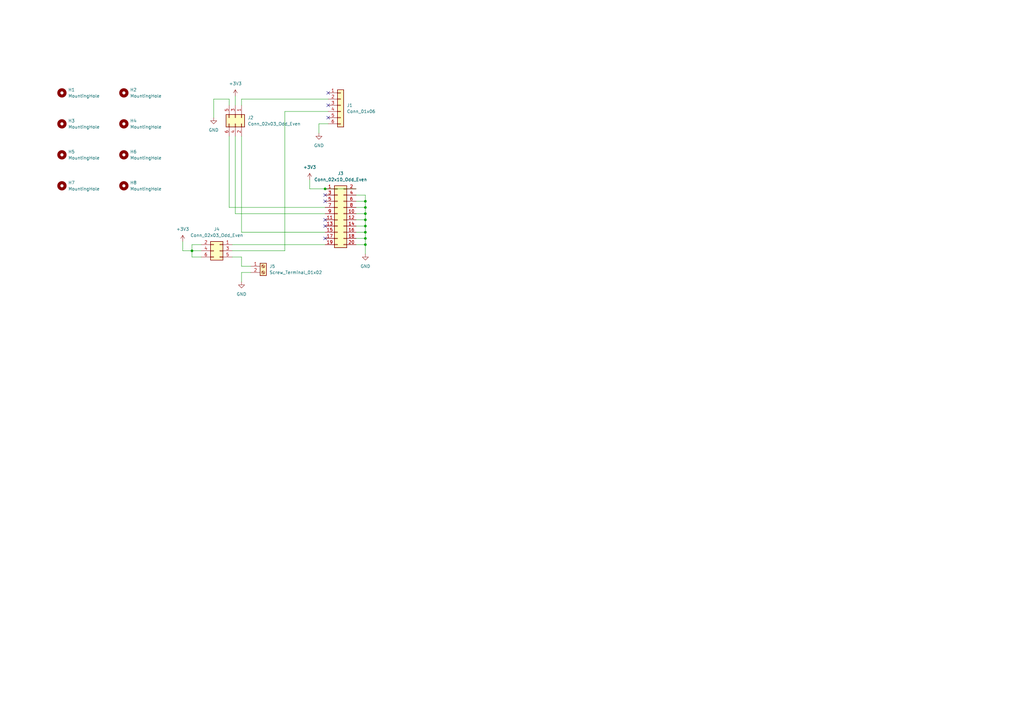
<source format=kicad_sch>
(kicad_sch (version 20230121) (generator eeschema)

  (uuid 1f7725d5-ce5c-46ec-97de-0f35952beb3f)

  (paper "A3")

  (lib_symbols
    (symbol "Connector:Screw_Terminal_01x02" (pin_names (offset 1.016) hide) (in_bom yes) (on_board yes)
      (property "Reference" "J" (at 0 2.54 0)
        (effects (font (size 1.27 1.27)))
      )
      (property "Value" "Screw_Terminal_01x02" (at 0 -5.08 0)
        (effects (font (size 1.27 1.27)))
      )
      (property "Footprint" "" (at 0 0 0)
        (effects (font (size 1.27 1.27)) hide)
      )
      (property "Datasheet" "~" (at 0 0 0)
        (effects (font (size 1.27 1.27)) hide)
      )
      (property "ki_keywords" "screw terminal" (at 0 0 0)
        (effects (font (size 1.27 1.27)) hide)
      )
      (property "ki_description" "Generic screw terminal, single row, 01x02, script generated (kicad-library-utils/schlib/autogen/connector/)" (at 0 0 0)
        (effects (font (size 1.27 1.27)) hide)
      )
      (property "ki_fp_filters" "TerminalBlock*:*" (at 0 0 0)
        (effects (font (size 1.27 1.27)) hide)
      )
      (symbol "Screw_Terminal_01x02_1_1"
        (rectangle (start -1.27 1.27) (end 1.27 -3.81)
          (stroke (width 0.254) (type default))
          (fill (type background))
        )
        (circle (center 0 -2.54) (radius 0.635)
          (stroke (width 0.1524) (type default))
          (fill (type none))
        )
        (polyline
          (pts
            (xy -0.5334 -2.2098)
            (xy 0.3302 -3.048)
          )
          (stroke (width 0.1524) (type default))
          (fill (type none))
        )
        (polyline
          (pts
            (xy -0.5334 0.3302)
            (xy 0.3302 -0.508)
          )
          (stroke (width 0.1524) (type default))
          (fill (type none))
        )
        (polyline
          (pts
            (xy -0.3556 -2.032)
            (xy 0.508 -2.8702)
          )
          (stroke (width 0.1524) (type default))
          (fill (type none))
        )
        (polyline
          (pts
            (xy -0.3556 0.508)
            (xy 0.508 -0.3302)
          )
          (stroke (width 0.1524) (type default))
          (fill (type none))
        )
        (circle (center 0 0) (radius 0.635)
          (stroke (width 0.1524) (type default))
          (fill (type none))
        )
        (pin passive line (at -5.08 0 0) (length 3.81)
          (name "Pin_1" (effects (font (size 1.27 1.27))))
          (number "1" (effects (font (size 1.27 1.27))))
        )
        (pin passive line (at -5.08 -2.54 0) (length 3.81)
          (name "Pin_2" (effects (font (size 1.27 1.27))))
          (number "2" (effects (font (size 1.27 1.27))))
        )
      )
    )
    (symbol "Connector_Generic:Conn_01x06" (pin_names (offset 1.016) hide) (in_bom yes) (on_board yes)
      (property "Reference" "J" (at 0 7.62 0)
        (effects (font (size 1.27 1.27)))
      )
      (property "Value" "Conn_01x06" (at 0 -10.16 0)
        (effects (font (size 1.27 1.27)))
      )
      (property "Footprint" "" (at 0 0 0)
        (effects (font (size 1.27 1.27)) hide)
      )
      (property "Datasheet" "~" (at 0 0 0)
        (effects (font (size 1.27 1.27)) hide)
      )
      (property "ki_keywords" "connector" (at 0 0 0)
        (effects (font (size 1.27 1.27)) hide)
      )
      (property "ki_description" "Generic connector, single row, 01x06, script generated (kicad-library-utils/schlib/autogen/connector/)" (at 0 0 0)
        (effects (font (size 1.27 1.27)) hide)
      )
      (property "ki_fp_filters" "Connector*:*_1x??_*" (at 0 0 0)
        (effects (font (size 1.27 1.27)) hide)
      )
      (symbol "Conn_01x06_1_1"
        (rectangle (start -1.27 -7.493) (end 0 -7.747)
          (stroke (width 0.1524) (type default))
          (fill (type none))
        )
        (rectangle (start -1.27 -4.953) (end 0 -5.207)
          (stroke (width 0.1524) (type default))
          (fill (type none))
        )
        (rectangle (start -1.27 -2.413) (end 0 -2.667)
          (stroke (width 0.1524) (type default))
          (fill (type none))
        )
        (rectangle (start -1.27 0.127) (end 0 -0.127)
          (stroke (width 0.1524) (type default))
          (fill (type none))
        )
        (rectangle (start -1.27 2.667) (end 0 2.413)
          (stroke (width 0.1524) (type default))
          (fill (type none))
        )
        (rectangle (start -1.27 5.207) (end 0 4.953)
          (stroke (width 0.1524) (type default))
          (fill (type none))
        )
        (rectangle (start -1.27 6.35) (end 1.27 -8.89)
          (stroke (width 0.254) (type default))
          (fill (type background))
        )
        (pin passive line (at -5.08 5.08 0) (length 3.81)
          (name "Pin_1" (effects (font (size 1.27 1.27))))
          (number "1" (effects (font (size 1.27 1.27))))
        )
        (pin passive line (at -5.08 2.54 0) (length 3.81)
          (name "Pin_2" (effects (font (size 1.27 1.27))))
          (number "2" (effects (font (size 1.27 1.27))))
        )
        (pin passive line (at -5.08 0 0) (length 3.81)
          (name "Pin_3" (effects (font (size 1.27 1.27))))
          (number "3" (effects (font (size 1.27 1.27))))
        )
        (pin passive line (at -5.08 -2.54 0) (length 3.81)
          (name "Pin_4" (effects (font (size 1.27 1.27))))
          (number "4" (effects (font (size 1.27 1.27))))
        )
        (pin passive line (at -5.08 -5.08 0) (length 3.81)
          (name "Pin_5" (effects (font (size 1.27 1.27))))
          (number "5" (effects (font (size 1.27 1.27))))
        )
        (pin passive line (at -5.08 -7.62 0) (length 3.81)
          (name "Pin_6" (effects (font (size 1.27 1.27))))
          (number "6" (effects (font (size 1.27 1.27))))
        )
      )
    )
    (symbol "Connector_Generic:Conn_02x03_Odd_Even" (pin_names (offset 1.016) hide) (in_bom yes) (on_board yes)
      (property "Reference" "J" (at 1.27 5.08 0)
        (effects (font (size 1.27 1.27)))
      )
      (property "Value" "Conn_02x03_Odd_Even" (at 1.27 -5.08 0)
        (effects (font (size 1.27 1.27)))
      )
      (property "Footprint" "" (at 0 0 0)
        (effects (font (size 1.27 1.27)) hide)
      )
      (property "Datasheet" "~" (at 0 0 0)
        (effects (font (size 1.27 1.27)) hide)
      )
      (property "ki_keywords" "connector" (at 0 0 0)
        (effects (font (size 1.27 1.27)) hide)
      )
      (property "ki_description" "Generic connector, double row, 02x03, odd/even pin numbering scheme (row 1 odd numbers, row 2 even numbers), script generated (kicad-library-utils/schlib/autogen/connector/)" (at 0 0 0)
        (effects (font (size 1.27 1.27)) hide)
      )
      (property "ki_fp_filters" "Connector*:*_2x??_*" (at 0 0 0)
        (effects (font (size 1.27 1.27)) hide)
      )
      (symbol "Conn_02x03_Odd_Even_1_1"
        (rectangle (start -1.27 -2.413) (end 0 -2.667)
          (stroke (width 0.1524) (type default))
          (fill (type none))
        )
        (rectangle (start -1.27 0.127) (end 0 -0.127)
          (stroke (width 0.1524) (type default))
          (fill (type none))
        )
        (rectangle (start -1.27 2.667) (end 0 2.413)
          (stroke (width 0.1524) (type default))
          (fill (type none))
        )
        (rectangle (start -1.27 3.81) (end 3.81 -3.81)
          (stroke (width 0.254) (type default))
          (fill (type background))
        )
        (rectangle (start 3.81 -2.413) (end 2.54 -2.667)
          (stroke (width 0.1524) (type default))
          (fill (type none))
        )
        (rectangle (start 3.81 0.127) (end 2.54 -0.127)
          (stroke (width 0.1524) (type default))
          (fill (type none))
        )
        (rectangle (start 3.81 2.667) (end 2.54 2.413)
          (stroke (width 0.1524) (type default))
          (fill (type none))
        )
        (pin passive line (at -5.08 2.54 0) (length 3.81)
          (name "Pin_1" (effects (font (size 1.27 1.27))))
          (number "1" (effects (font (size 1.27 1.27))))
        )
        (pin passive line (at 7.62 2.54 180) (length 3.81)
          (name "Pin_2" (effects (font (size 1.27 1.27))))
          (number "2" (effects (font (size 1.27 1.27))))
        )
        (pin passive line (at -5.08 0 0) (length 3.81)
          (name "Pin_3" (effects (font (size 1.27 1.27))))
          (number "3" (effects (font (size 1.27 1.27))))
        )
        (pin passive line (at 7.62 0 180) (length 3.81)
          (name "Pin_4" (effects (font (size 1.27 1.27))))
          (number "4" (effects (font (size 1.27 1.27))))
        )
        (pin passive line (at -5.08 -2.54 0) (length 3.81)
          (name "Pin_5" (effects (font (size 1.27 1.27))))
          (number "5" (effects (font (size 1.27 1.27))))
        )
        (pin passive line (at 7.62 -2.54 180) (length 3.81)
          (name "Pin_6" (effects (font (size 1.27 1.27))))
          (number "6" (effects (font (size 1.27 1.27))))
        )
      )
    )
    (symbol "Connector_Generic:Conn_02x10_Odd_Even" (pin_names (offset 1.016) hide) (in_bom yes) (on_board yes)
      (property "Reference" "J" (at 1.27 12.7 0)
        (effects (font (size 1.27 1.27)))
      )
      (property "Value" "Conn_02x10_Odd_Even" (at 1.27 -15.24 0)
        (effects (font (size 1.27 1.27)))
      )
      (property "Footprint" "" (at 0 0 0)
        (effects (font (size 1.27 1.27)) hide)
      )
      (property "Datasheet" "~" (at 0 0 0)
        (effects (font (size 1.27 1.27)) hide)
      )
      (property "ki_keywords" "connector" (at 0 0 0)
        (effects (font (size 1.27 1.27)) hide)
      )
      (property "ki_description" "Generic connector, double row, 02x10, odd/even pin numbering scheme (row 1 odd numbers, row 2 even numbers), script generated (kicad-library-utils/schlib/autogen/connector/)" (at 0 0 0)
        (effects (font (size 1.27 1.27)) hide)
      )
      (property "ki_fp_filters" "Connector*:*_2x??_*" (at 0 0 0)
        (effects (font (size 1.27 1.27)) hide)
      )
      (symbol "Conn_02x10_Odd_Even_1_1"
        (rectangle (start -1.27 -12.573) (end 0 -12.827)
          (stroke (width 0.1524) (type default))
          (fill (type none))
        )
        (rectangle (start -1.27 -10.033) (end 0 -10.287)
          (stroke (width 0.1524) (type default))
          (fill (type none))
        )
        (rectangle (start -1.27 -7.493) (end 0 -7.747)
          (stroke (width 0.1524) (type default))
          (fill (type none))
        )
        (rectangle (start -1.27 -4.953) (end 0 -5.207)
          (stroke (width 0.1524) (type default))
          (fill (type none))
        )
        (rectangle (start -1.27 -2.413) (end 0 -2.667)
          (stroke (width 0.1524) (type default))
          (fill (type none))
        )
        (rectangle (start -1.27 0.127) (end 0 -0.127)
          (stroke (width 0.1524) (type default))
          (fill (type none))
        )
        (rectangle (start -1.27 2.667) (end 0 2.413)
          (stroke (width 0.1524) (type default))
          (fill (type none))
        )
        (rectangle (start -1.27 5.207) (end 0 4.953)
          (stroke (width 0.1524) (type default))
          (fill (type none))
        )
        (rectangle (start -1.27 7.747) (end 0 7.493)
          (stroke (width 0.1524) (type default))
          (fill (type none))
        )
        (rectangle (start -1.27 10.287) (end 0 10.033)
          (stroke (width 0.1524) (type default))
          (fill (type none))
        )
        (rectangle (start -1.27 11.43) (end 3.81 -13.97)
          (stroke (width 0.254) (type default))
          (fill (type background))
        )
        (rectangle (start 3.81 -12.573) (end 2.54 -12.827)
          (stroke (width 0.1524) (type default))
          (fill (type none))
        )
        (rectangle (start 3.81 -10.033) (end 2.54 -10.287)
          (stroke (width 0.1524) (type default))
          (fill (type none))
        )
        (rectangle (start 3.81 -7.493) (end 2.54 -7.747)
          (stroke (width 0.1524) (type default))
          (fill (type none))
        )
        (rectangle (start 3.81 -4.953) (end 2.54 -5.207)
          (stroke (width 0.1524) (type default))
          (fill (type none))
        )
        (rectangle (start 3.81 -2.413) (end 2.54 -2.667)
          (stroke (width 0.1524) (type default))
          (fill (type none))
        )
        (rectangle (start 3.81 0.127) (end 2.54 -0.127)
          (stroke (width 0.1524) (type default))
          (fill (type none))
        )
        (rectangle (start 3.81 2.667) (end 2.54 2.413)
          (stroke (width 0.1524) (type default))
          (fill (type none))
        )
        (rectangle (start 3.81 5.207) (end 2.54 4.953)
          (stroke (width 0.1524) (type default))
          (fill (type none))
        )
        (rectangle (start 3.81 7.747) (end 2.54 7.493)
          (stroke (width 0.1524) (type default))
          (fill (type none))
        )
        (rectangle (start 3.81 10.287) (end 2.54 10.033)
          (stroke (width 0.1524) (type default))
          (fill (type none))
        )
        (pin passive line (at -5.08 10.16 0) (length 3.81)
          (name "Pin_1" (effects (font (size 1.27 1.27))))
          (number "1" (effects (font (size 1.27 1.27))))
        )
        (pin passive line (at 7.62 0 180) (length 3.81)
          (name "Pin_10" (effects (font (size 1.27 1.27))))
          (number "10" (effects (font (size 1.27 1.27))))
        )
        (pin passive line (at -5.08 -2.54 0) (length 3.81)
          (name "Pin_11" (effects (font (size 1.27 1.27))))
          (number "11" (effects (font (size 1.27 1.27))))
        )
        (pin passive line (at 7.62 -2.54 180) (length 3.81)
          (name "Pin_12" (effects (font (size 1.27 1.27))))
          (number "12" (effects (font (size 1.27 1.27))))
        )
        (pin passive line (at -5.08 -5.08 0) (length 3.81)
          (name "Pin_13" (effects (font (size 1.27 1.27))))
          (number "13" (effects (font (size 1.27 1.27))))
        )
        (pin passive line (at 7.62 -5.08 180) (length 3.81)
          (name "Pin_14" (effects (font (size 1.27 1.27))))
          (number "14" (effects (font (size 1.27 1.27))))
        )
        (pin passive line (at -5.08 -7.62 0) (length 3.81)
          (name "Pin_15" (effects (font (size 1.27 1.27))))
          (number "15" (effects (font (size 1.27 1.27))))
        )
        (pin passive line (at 7.62 -7.62 180) (length 3.81)
          (name "Pin_16" (effects (font (size 1.27 1.27))))
          (number "16" (effects (font (size 1.27 1.27))))
        )
        (pin passive line (at -5.08 -10.16 0) (length 3.81)
          (name "Pin_17" (effects (font (size 1.27 1.27))))
          (number "17" (effects (font (size 1.27 1.27))))
        )
        (pin passive line (at 7.62 -10.16 180) (length 3.81)
          (name "Pin_18" (effects (font (size 1.27 1.27))))
          (number "18" (effects (font (size 1.27 1.27))))
        )
        (pin passive line (at -5.08 -12.7 0) (length 3.81)
          (name "Pin_19" (effects (font (size 1.27 1.27))))
          (number "19" (effects (font (size 1.27 1.27))))
        )
        (pin passive line (at 7.62 10.16 180) (length 3.81)
          (name "Pin_2" (effects (font (size 1.27 1.27))))
          (number "2" (effects (font (size 1.27 1.27))))
        )
        (pin passive line (at 7.62 -12.7 180) (length 3.81)
          (name "Pin_20" (effects (font (size 1.27 1.27))))
          (number "20" (effects (font (size 1.27 1.27))))
        )
        (pin passive line (at -5.08 7.62 0) (length 3.81)
          (name "Pin_3" (effects (font (size 1.27 1.27))))
          (number "3" (effects (font (size 1.27 1.27))))
        )
        (pin passive line (at 7.62 7.62 180) (length 3.81)
          (name "Pin_4" (effects (font (size 1.27 1.27))))
          (number "4" (effects (font (size 1.27 1.27))))
        )
        (pin passive line (at -5.08 5.08 0) (length 3.81)
          (name "Pin_5" (effects (font (size 1.27 1.27))))
          (number "5" (effects (font (size 1.27 1.27))))
        )
        (pin passive line (at 7.62 5.08 180) (length 3.81)
          (name "Pin_6" (effects (font (size 1.27 1.27))))
          (number "6" (effects (font (size 1.27 1.27))))
        )
        (pin passive line (at -5.08 2.54 0) (length 3.81)
          (name "Pin_7" (effects (font (size 1.27 1.27))))
          (number "7" (effects (font (size 1.27 1.27))))
        )
        (pin passive line (at 7.62 2.54 180) (length 3.81)
          (name "Pin_8" (effects (font (size 1.27 1.27))))
          (number "8" (effects (font (size 1.27 1.27))))
        )
        (pin passive line (at -5.08 0 0) (length 3.81)
          (name "Pin_9" (effects (font (size 1.27 1.27))))
          (number "9" (effects (font (size 1.27 1.27))))
        )
      )
    )
    (symbol "Mechanical:MountingHole" (pin_names (offset 1.016)) (in_bom yes) (on_board yes)
      (property "Reference" "H" (at 0 5.08 0)
        (effects (font (size 1.27 1.27)))
      )
      (property "Value" "MountingHole" (at 0 3.175 0)
        (effects (font (size 1.27 1.27)))
      )
      (property "Footprint" "" (at 0 0 0)
        (effects (font (size 1.27 1.27)) hide)
      )
      (property "Datasheet" "~" (at 0 0 0)
        (effects (font (size 1.27 1.27)) hide)
      )
      (property "ki_keywords" "mounting hole" (at 0 0 0)
        (effects (font (size 1.27 1.27)) hide)
      )
      (property "ki_description" "Mounting Hole without connection" (at 0 0 0)
        (effects (font (size 1.27 1.27)) hide)
      )
      (property "ki_fp_filters" "MountingHole*" (at 0 0 0)
        (effects (font (size 1.27 1.27)) hide)
      )
      (symbol "MountingHole_0_1"
        (circle (center 0 0) (radius 1.27)
          (stroke (width 1.27) (type default))
          (fill (type none))
        )
      )
    )
    (symbol "power:+3V3" (power) (pin_names (offset 0)) (in_bom yes) (on_board yes)
      (property "Reference" "#PWR" (at 0 -3.81 0)
        (effects (font (size 1.27 1.27)) hide)
      )
      (property "Value" "+3V3" (at 0 3.556 0)
        (effects (font (size 1.27 1.27)))
      )
      (property "Footprint" "" (at 0 0 0)
        (effects (font (size 1.27 1.27)) hide)
      )
      (property "Datasheet" "" (at 0 0 0)
        (effects (font (size 1.27 1.27)) hide)
      )
      (property "ki_keywords" "global power" (at 0 0 0)
        (effects (font (size 1.27 1.27)) hide)
      )
      (property "ki_description" "Power symbol creates a global label with name \"+3V3\"" (at 0 0 0)
        (effects (font (size 1.27 1.27)) hide)
      )
      (symbol "+3V3_0_1"
        (polyline
          (pts
            (xy -0.762 1.27)
            (xy 0 2.54)
          )
          (stroke (width 0) (type default))
          (fill (type none))
        )
        (polyline
          (pts
            (xy 0 0)
            (xy 0 2.54)
          )
          (stroke (width 0) (type default))
          (fill (type none))
        )
        (polyline
          (pts
            (xy 0 2.54)
            (xy 0.762 1.27)
          )
          (stroke (width 0) (type default))
          (fill (type none))
        )
      )
      (symbol "+3V3_1_1"
        (pin power_in line (at 0 0 90) (length 0) hide
          (name "+3V3" (effects (font (size 1.27 1.27))))
          (number "1" (effects (font (size 1.27 1.27))))
        )
      )
    )
    (symbol "power:GND" (power) (pin_names (offset 0)) (in_bom yes) (on_board yes)
      (property "Reference" "#PWR" (at 0 -6.35 0)
        (effects (font (size 1.27 1.27)) hide)
      )
      (property "Value" "GND" (at 0 -3.81 0)
        (effects (font (size 1.27 1.27)))
      )
      (property "Footprint" "" (at 0 0 0)
        (effects (font (size 1.27 1.27)) hide)
      )
      (property "Datasheet" "" (at 0 0 0)
        (effects (font (size 1.27 1.27)) hide)
      )
      (property "ki_keywords" "global power" (at 0 0 0)
        (effects (font (size 1.27 1.27)) hide)
      )
      (property "ki_description" "Power symbol creates a global label with name \"GND\" , ground" (at 0 0 0)
        (effects (font (size 1.27 1.27)) hide)
      )
      (symbol "GND_0_1"
        (polyline
          (pts
            (xy 0 0)
            (xy 0 -1.27)
            (xy 1.27 -1.27)
            (xy 0 -2.54)
            (xy -1.27 -1.27)
            (xy 0 -1.27)
          )
          (stroke (width 0) (type default))
          (fill (type none))
        )
      )
      (symbol "GND_1_1"
        (pin power_in line (at 0 0 270) (length 0) hide
          (name "GND" (effects (font (size 1.27 1.27))))
          (number "1" (effects (font (size 1.27 1.27))))
        )
      )
    )
  )

  (junction (at 149.86 95.25) (diameter 0) (color 0 0 0 0)
    (uuid 0892289a-3098-42cd-b609-daff2ae6b523)
  )
  (junction (at 78.74 102.87) (diameter 0) (color 0 0 0 0)
    (uuid 201ef555-ccc1-4c48-abb6-16d5765c8f0f)
  )
  (junction (at 149.86 90.17) (diameter 0) (color 0 0 0 0)
    (uuid 202ac981-0de8-4a32-875d-b43a39d220e5)
  )
  (junction (at 149.86 92.71) (diameter 0) (color 0 0 0 0)
    (uuid 58507d22-5e8e-493d-8ebe-1b905c8f325d)
  )
  (junction (at 149.86 82.55) (diameter 0) (color 0 0 0 0)
    (uuid 61e75683-7f86-4681-914e-d138b00723d0)
  )
  (junction (at 149.86 85.09) (diameter 0) (color 0 0 0 0)
    (uuid 6bf82f10-ffd4-481e-9b09-563dddac8414)
  )
  (junction (at 149.86 87.63) (diameter 0) (color 0 0 0 0)
    (uuid 6db32675-f2fa-4897-b839-e55d14c8cd79)
  )
  (junction (at 149.86 97.79) (diameter 0) (color 0 0 0 0)
    (uuid cbbf55ba-bb2a-4db4-b81d-ffbb375b12d7)
  )
  (junction (at 133.35 77.47) (diameter 0) (color 0 0 0 0)
    (uuid e8221462-80ed-4567-8235-c0ae382255d4)
  )
  (junction (at 149.86 100.33) (diameter 0) (color 0 0 0 0)
    (uuid f7433187-aa7f-4308-beef-6b8009028a3f)
  )

  (no_connect (at 133.35 90.17) (uuid 10fa5802-60a4-4d7d-83dd-f94bf0afbe7b))
  (no_connect (at 133.35 92.71) (uuid 14799d8e-cb23-4981-840c-4946be7f89ef))
  (no_connect (at 134.62 43.18) (uuid 17fb8029-e4ec-4551-99a4-56b619a40264))
  (no_connect (at 133.35 82.55) (uuid 2b69ba21-48f1-4feb-9e57-a273762f35e7))
  (no_connect (at 133.35 97.79) (uuid 76016de3-24e6-4f32-8cc1-cedc8cd9b6f5))
  (no_connect (at 134.62 48.26) (uuid e17d5ed4-a01f-4ca1-ab43-ab694d92213b))
  (no_connect (at 133.35 80.01) (uuid eb0bfc31-e790-4b55-9531-ebf7cdac59f5))
  (no_connect (at 134.62 38.1) (uuid ed1ab37c-0f05-4263-936c-b8f1eecc174a))

  (wire (pts (xy 146.05 80.01) (xy 149.86 80.01))
    (stroke (width 0) (type default))
    (uuid 0f70970d-2504-4d2c-ae77-2540f8c24001)
  )
  (wire (pts (xy 149.86 80.01) (xy 149.86 82.55))
    (stroke (width 0) (type default))
    (uuid 10c2ffdc-798a-4401-b648-f5d929577b61)
  )
  (wire (pts (xy 96.52 55.88) (xy 96.52 87.63))
    (stroke (width 0) (type default))
    (uuid 1c599678-cfa4-47d1-a015-c8647a5bef1d)
  )
  (wire (pts (xy 149.86 100.33) (xy 149.86 104.14))
    (stroke (width 0) (type default))
    (uuid 267a81ec-4c7f-4b2e-9697-383938ff238e)
  )
  (wire (pts (xy 95.25 102.87) (xy 116.84 102.87))
    (stroke (width 0) (type default))
    (uuid 2c5cc55a-4f1f-4a83-bbee-548e3abbe4cc)
  )
  (wire (pts (xy 102.87 109.22) (xy 99.06 109.22))
    (stroke (width 0) (type default))
    (uuid 32a4082e-81fa-4d43-9f84-b927c9ff4a4f)
  )
  (wire (pts (xy 149.86 85.09) (xy 149.86 87.63))
    (stroke (width 0) (type default))
    (uuid 33aecb6c-acae-43b6-b316-0e1768775110)
  )
  (wire (pts (xy 78.74 105.41) (xy 82.55 105.41))
    (stroke (width 0) (type default))
    (uuid 38138231-36a7-4b77-b9b4-7b6984ab827c)
  )
  (wire (pts (xy 74.93 102.87) (xy 78.74 102.87))
    (stroke (width 0) (type default))
    (uuid 389f38ef-d6f1-4ba0-98a8-91b1e0626aa7)
  )
  (wire (pts (xy 149.86 82.55) (xy 149.86 85.09))
    (stroke (width 0) (type default))
    (uuid 39032d0b-a201-4fbd-ae49-e39fc3aa2f7f)
  )
  (wire (pts (xy 146.05 90.17) (xy 149.86 90.17))
    (stroke (width 0) (type default))
    (uuid 3959093b-aefe-47b9-bfe3-460f2787f5d6)
  )
  (wire (pts (xy 149.86 95.25) (xy 149.86 97.79))
    (stroke (width 0) (type default))
    (uuid 3ba32d81-9b9f-456f-a478-8f1dbff3a536)
  )
  (wire (pts (xy 96.52 43.18) (xy 96.52 39.37))
    (stroke (width 0) (type default))
    (uuid 4e579516-0835-4e46-81e5-ebdf2f1cf4ca)
  )
  (wire (pts (xy 127 77.47) (xy 127 73.66))
    (stroke (width 0) (type default))
    (uuid 5664179b-d3c5-4608-a0b6-c76f195ab42f)
  )
  (wire (pts (xy 146.05 85.09) (xy 149.86 85.09))
    (stroke (width 0) (type default))
    (uuid 6023551d-88a8-4ae9-ab01-1a6c65651805)
  )
  (wire (pts (xy 74.93 102.87) (xy 74.93 99.06))
    (stroke (width 0) (type default))
    (uuid 613855cd-5547-415d-b706-b62702f2e80d)
  )
  (wire (pts (xy 146.05 82.55) (xy 149.86 82.55))
    (stroke (width 0) (type default))
    (uuid 63cf1102-1813-468b-aa0d-33429a199ea7)
  )
  (wire (pts (xy 93.98 40.64) (xy 93.98 43.18))
    (stroke (width 0) (type default))
    (uuid 694896d4-2d2f-4ae0-8419-efa58f5d9e57)
  )
  (wire (pts (xy 93.98 85.09) (xy 133.35 85.09))
    (stroke (width 0) (type default))
    (uuid 725e780c-90ff-410e-83f5-8cc248ae0ef2)
  )
  (wire (pts (xy 127 77.47) (xy 133.35 77.47))
    (stroke (width 0) (type default))
    (uuid 77e3557b-f0d6-452a-9dd2-eb508ca7847e)
  )
  (wire (pts (xy 133.35 95.25) (xy 99.06 95.25))
    (stroke (width 0) (type default))
    (uuid 7bb5a087-577f-4db7-b467-af3afdb1d64e)
  )
  (wire (pts (xy 99.06 55.88) (xy 99.06 95.25))
    (stroke (width 0) (type default))
    (uuid 7f1cfa5c-0bca-4ca0-80ac-516703e107df)
  )
  (wire (pts (xy 87.63 40.64) (xy 87.63 48.26))
    (stroke (width 0) (type default))
    (uuid 806a5e57-cba3-4c69-bd77-f01cf1a88c4f)
  )
  (wire (pts (xy 134.62 50.8) (xy 130.81 50.8))
    (stroke (width 0) (type default))
    (uuid 80be8434-d36d-4393-bf3b-13907b5fff26)
  )
  (wire (pts (xy 78.74 102.87) (xy 78.74 105.41))
    (stroke (width 0) (type default))
    (uuid 85ff9834-95be-48df-8932-9c474871568d)
  )
  (wire (pts (xy 149.86 97.79) (xy 149.86 100.33))
    (stroke (width 0) (type default))
    (uuid 87bf9919-c28b-4615-9e48-798bfc2fb3f1)
  )
  (wire (pts (xy 116.84 45.72) (xy 134.62 45.72))
    (stroke (width 0) (type default))
    (uuid 890d4056-6e9c-4a50-a5a6-f30374ea12f6)
  )
  (wire (pts (xy 78.74 100.33) (xy 82.55 100.33))
    (stroke (width 0) (type default))
    (uuid 8b3cad10-a205-4c99-b21e-f3491d6aa0bc)
  )
  (wire (pts (xy 78.74 102.87) (xy 82.55 102.87))
    (stroke (width 0) (type default))
    (uuid 90f7427c-33d3-4188-9db0-93fa8cb88c69)
  )
  (wire (pts (xy 93.98 55.88) (xy 93.98 85.09))
    (stroke (width 0) (type default))
    (uuid 93992e8a-7c62-4319-aaa3-d39ccafd353f)
  )
  (wire (pts (xy 133.35 77.47) (xy 146.05 77.47))
    (stroke (width 0) (type default))
    (uuid 9444010e-5b12-423d-8729-136dd091e41b)
  )
  (wire (pts (xy 146.05 95.25) (xy 149.86 95.25))
    (stroke (width 0) (type default))
    (uuid 9b961a6d-664e-4940-87b4-6248741d3e9d)
  )
  (wire (pts (xy 95.25 105.41) (xy 99.06 105.41))
    (stroke (width 0) (type default))
    (uuid a3199107-9d28-4575-bac6-e1fc49ad0548)
  )
  (wire (pts (xy 95.25 100.33) (xy 133.35 100.33))
    (stroke (width 0) (type default))
    (uuid a58db8d1-02b4-4977-b4ce-a6cfda65ba5c)
  )
  (wire (pts (xy 99.06 40.64) (xy 99.06 43.18))
    (stroke (width 0) (type default))
    (uuid a7fa470f-7560-4b31-8f88-93f35fc6c659)
  )
  (wire (pts (xy 149.86 87.63) (xy 149.86 90.17))
    (stroke (width 0) (type default))
    (uuid abcf844e-f0b1-45a9-98c0-25abba0ece72)
  )
  (wire (pts (xy 146.05 87.63) (xy 149.86 87.63))
    (stroke (width 0) (type default))
    (uuid b812f490-9724-4edc-a8fe-864de119473f)
  )
  (wire (pts (xy 87.63 40.64) (xy 93.98 40.64))
    (stroke (width 0) (type default))
    (uuid bcf31ca7-71df-4b8d-8321-aa9e02a0765e)
  )
  (wire (pts (xy 133.35 87.63) (xy 96.52 87.63))
    (stroke (width 0) (type default))
    (uuid c2683363-018b-49fe-b273-4eea1f09809f)
  )
  (wire (pts (xy 146.05 97.79) (xy 149.86 97.79))
    (stroke (width 0) (type default))
    (uuid c60fdf0e-06ae-4a1d-90e3-7b19ddc8e73b)
  )
  (wire (pts (xy 146.05 100.33) (xy 149.86 100.33))
    (stroke (width 0) (type default))
    (uuid c66e31f2-db52-4b95-8bd7-e96da4c65bb9)
  )
  (wire (pts (xy 149.86 90.17) (xy 149.86 92.71))
    (stroke (width 0) (type default))
    (uuid d5623bfb-7f2f-4e1b-81db-1d17875aba97)
  )
  (wire (pts (xy 146.05 92.71) (xy 149.86 92.71))
    (stroke (width 0) (type default))
    (uuid d56992e7-2572-461d-8474-204ef2df1daf)
  )
  (wire (pts (xy 99.06 111.76) (xy 99.06 115.57))
    (stroke (width 0) (type default))
    (uuid d69a59e9-cc6b-430e-816a-1eeb37485c7a)
  )
  (wire (pts (xy 149.86 92.71) (xy 149.86 95.25))
    (stroke (width 0) (type default))
    (uuid de911470-cd8f-4eb4-895e-f3a8e1dc9c49)
  )
  (wire (pts (xy 116.84 102.87) (xy 116.84 45.72))
    (stroke (width 0) (type default))
    (uuid e42ff419-c816-41a2-85e4-f4bbcf18048e)
  )
  (wire (pts (xy 130.81 50.8) (xy 130.81 54.61))
    (stroke (width 0) (type default))
    (uuid e82813da-5ca8-436a-9afb-bdc1672a8a42)
  )
  (wire (pts (xy 102.87 111.76) (xy 99.06 111.76))
    (stroke (width 0) (type default))
    (uuid ebb69dc2-f11f-430a-9b6b-2409a3148d5d)
  )
  (wire (pts (xy 99.06 109.22) (xy 99.06 105.41))
    (stroke (width 0) (type default))
    (uuid f8ec0acd-db64-44dd-bc99-a12611cf5748)
  )
  (wire (pts (xy 99.06 40.64) (xy 134.62 40.64))
    (stroke (width 0) (type default))
    (uuid fd7dfae0-9625-44f8-86e3-d969e1dca3b9)
  )
  (wire (pts (xy 78.74 100.33) (xy 78.74 102.87))
    (stroke (width 0) (type default))
    (uuid ffac0e51-1c06-4ab3-8958-9cae536360ac)
  )

  (symbol (lib_id "power:+3V3") (at 74.93 99.06 0) (unit 1)
    (in_bom yes) (on_board yes) (dnp no) (fields_autoplaced)
    (uuid 09813a90-b8fa-4f29-86ab-6785cde26bf8)
    (property "Reference" "#PWR05" (at 74.93 102.87 0)
      (effects (font (size 1.27 1.27)) hide)
    )
    (property "Value" "+3V3" (at 74.93 93.98 0)
      (effects (font (size 1.27 1.27)))
    )
    (property "Footprint" "" (at 74.93 99.06 0)
      (effects (font (size 1.27 1.27)) hide)
    )
    (property "Datasheet" "" (at 74.93 99.06 0)
      (effects (font (size 1.27 1.27)) hide)
    )
    (pin "1" (uuid 0ee490ed-a52f-483d-bab9-bfb60f54fff8))
    (instances
      (project "xcb-2024-dev-adapter"
        (path "/1f7725d5-ce5c-46ec-97de-0f35952beb3f"
          (reference "#PWR05") (unit 1)
        )
      )
    )
  )

  (symbol (lib_id "power:GND") (at 87.63 48.26 0) (unit 1)
    (in_bom yes) (on_board yes) (dnp no) (fields_autoplaced)
    (uuid 121f55e6-ce18-4c0d-88d7-9e1e9393d0be)
    (property "Reference" "#PWR02" (at 87.63 54.61 0)
      (effects (font (size 1.27 1.27)) hide)
    )
    (property "Value" "GND" (at 87.63 53.34 0)
      (effects (font (size 1.27 1.27)))
    )
    (property "Footprint" "" (at 87.63 48.26 0)
      (effects (font (size 1.27 1.27)) hide)
    )
    (property "Datasheet" "" (at 87.63 48.26 0)
      (effects (font (size 1.27 1.27)) hide)
    )
    (pin "1" (uuid 69a7c7bc-f28a-446f-a016-46724eebbe6d))
    (instances
      (project "xcb-2024-dev-adapter"
        (path "/1f7725d5-ce5c-46ec-97de-0f35952beb3f"
          (reference "#PWR02") (unit 1)
        )
      )
    )
  )

  (symbol (lib_id "Mechanical:MountingHole") (at 50.8 63.5 0) (unit 1)
    (in_bom yes) (on_board yes) (dnp no) (fields_autoplaced)
    (uuid 1fa33519-80ba-484a-80b4-ce2f143974f0)
    (property "Reference" "H6" (at 53.34 62.23 0)
      (effects (font (size 1.27 1.27)) (justify left))
    )
    (property "Value" "MountingHole" (at 53.34 64.77 0)
      (effects (font (size 1.27 1.27)) (justify left))
    )
    (property "Footprint" "MountingHole:MountingHole_3.2mm_M3_DIN965" (at 50.8 63.5 0)
      (effects (font (size 1.27 1.27)) hide)
    )
    (property "Datasheet" "~" (at 50.8 63.5 0)
      (effects (font (size 1.27 1.27)) hide)
    )
    (instances
      (project "xcb-2024-dev-adapter"
        (path "/1f7725d5-ce5c-46ec-97de-0f35952beb3f"
          (reference "H6") (unit 1)
        )
      )
    )
  )

  (symbol (lib_id "Mechanical:MountingHole") (at 50.8 38.1 0) (unit 1)
    (in_bom yes) (on_board yes) (dnp no) (fields_autoplaced)
    (uuid 2518f64b-bbf5-4978-ad5e-121cd891d5dc)
    (property "Reference" "H2" (at 53.34 36.83 0)
      (effects (font (size 1.27 1.27)) (justify left))
    )
    (property "Value" "MountingHole" (at 53.34 39.37 0)
      (effects (font (size 1.27 1.27)) (justify left))
    )
    (property "Footprint" "MountingHole:MountingHole_3.2mm_M3_DIN965" (at 50.8 38.1 0)
      (effects (font (size 1.27 1.27)) hide)
    )
    (property "Datasheet" "~" (at 50.8 38.1 0)
      (effects (font (size 1.27 1.27)) hide)
    )
    (instances
      (project "xcb-2024-dev-adapter"
        (path "/1f7725d5-ce5c-46ec-97de-0f35952beb3f"
          (reference "H2") (unit 1)
        )
      )
    )
  )

  (symbol (lib_id "Mechanical:MountingHole") (at 25.4 38.1 0) (unit 1)
    (in_bom yes) (on_board yes) (dnp no) (fields_autoplaced)
    (uuid 3753db0d-0432-4816-b28f-71351ece0fb4)
    (property "Reference" "H1" (at 27.94 36.83 0)
      (effects (font (size 1.27 1.27)) (justify left))
    )
    (property "Value" "MountingHole" (at 27.94 39.37 0)
      (effects (font (size 1.27 1.27)) (justify left))
    )
    (property "Footprint" "MountingHole:MountingHole_3.2mm_M3_DIN965" (at 25.4 38.1 0)
      (effects (font (size 1.27 1.27)) hide)
    )
    (property "Datasheet" "~" (at 25.4 38.1 0)
      (effects (font (size 1.27 1.27)) hide)
    )
    (instances
      (project "xcb-2024-dev-adapter"
        (path "/1f7725d5-ce5c-46ec-97de-0f35952beb3f"
          (reference "H1") (unit 1)
        )
      )
    )
  )

  (symbol (lib_id "Connector_Generic:Conn_02x10_Odd_Even") (at 138.43 87.63 0) (unit 1)
    (in_bom yes) (on_board yes) (dnp no) (fields_autoplaced)
    (uuid 3b64f46b-0637-4d26-ad1c-e63145cbd9dd)
    (property "Reference" "J3" (at 139.7 71.12 0)
      (effects (font (size 1.27 1.27)))
    )
    (property "Value" "Conn_02x10_Odd_Even" (at 139.7 73.66 0)
      (effects (font (size 1.27 1.27)))
    )
    (property "Footprint" "Connector_IDC:IDC-Header_2x10_P2.54mm_Vertical" (at 138.43 87.63 0)
      (effects (font (size 1.27 1.27)) hide)
    )
    (property "Datasheet" "~" (at 138.43 87.63 0)
      (effects (font (size 1.27 1.27)) hide)
    )
    (pin "1" (uuid 38fcf38e-d96b-4224-bf15-76d745bb81a4))
    (pin "10" (uuid c54f03ed-e6e3-438b-8e69-3b908a43f484))
    (pin "11" (uuid 0388e7eb-80f3-465f-978a-5be4496d07bb))
    (pin "12" (uuid 5ed8c072-2f01-46e4-9ce8-6c56cc9cb962))
    (pin "13" (uuid 72b10f2d-aca3-4157-9908-57951a51fe09))
    (pin "14" (uuid 16c3aa88-30f5-4772-8fdf-2fe64046645d))
    (pin "15" (uuid 861a18e2-1234-42cd-b4a8-992575c6b8dc))
    (pin "16" (uuid 926d0aa6-1388-44cc-97f2-0f56b6408ced))
    (pin "17" (uuid 224cef29-aee3-4e9c-9164-e5a3f33bf776))
    (pin "18" (uuid de1cf731-40c8-44d7-8a69-1331386c900e))
    (pin "19" (uuid 7c527895-3b1d-40f6-ba59-3d1499eedcb3))
    (pin "2" (uuid 6f12ce67-9972-49a6-8904-a6e2fb859b96))
    (pin "20" (uuid 20f24fec-1618-4de7-af02-0cb0146aa899))
    (pin "3" (uuid 5af90128-2041-4e61-842b-1df64289a684))
    (pin "4" (uuid f858369a-0cc0-4520-a3e8-389601455ee2))
    (pin "5" (uuid 4bdc9ad7-9763-4cf8-aba9-a82897b251a3))
    (pin "6" (uuid eb713bd1-d934-4a3e-ad03-495c8ac6fcb7))
    (pin "7" (uuid df2efa2e-c01d-4f27-8c17-8992e9c63dda))
    (pin "8" (uuid 5e6e91ec-b9dd-4f33-b11b-464e1dc238ed))
    (pin "9" (uuid 7a91674f-11a5-42fe-84a0-d92eefe0a705))
    (instances
      (project "xcb-2024-dev-adapter"
        (path "/1f7725d5-ce5c-46ec-97de-0f35952beb3f"
          (reference "J3") (unit 1)
        )
      )
    )
  )

  (symbol (lib_id "Connector_Generic:Conn_01x06") (at 139.7 43.18 0) (unit 1)
    (in_bom yes) (on_board yes) (dnp no) (fields_autoplaced)
    (uuid 3d80222e-d3ff-437e-a114-823f6bb86716)
    (property "Reference" "J1" (at 142.24 43.18 0)
      (effects (font (size 1.27 1.27)) (justify left))
    )
    (property "Value" "Conn_01x06" (at 142.24 45.72 0)
      (effects (font (size 1.27 1.27)) (justify left))
    )
    (property "Footprint" "Connector_PinSocket_2.54mm:PinSocket_1x06_P2.54mm_Vertical" (at 139.7 43.18 0)
      (effects (font (size 1.27 1.27)) hide)
    )
    (property "Datasheet" "~" (at 139.7 43.18 0)
      (effects (font (size 1.27 1.27)) hide)
    )
    (pin "1" (uuid 32f014dc-1f68-43da-bfae-8560fb6a242a))
    (pin "2" (uuid b211216c-d464-4830-9cab-0eb5b8114b8b))
    (pin "3" (uuid 8d863d45-7d18-4203-a524-9484ac3ef42a))
    (pin "4" (uuid 22fa616e-228b-4441-88f4-b546b317ce65))
    (pin "5" (uuid e51bed93-e35e-43f3-a51e-ebdd5bc926b4))
    (pin "6" (uuid 04640c39-fa2a-4859-a004-fb797391bf3d))
    (instances
      (project "xcb-2024-dev-adapter"
        (path "/1f7725d5-ce5c-46ec-97de-0f35952beb3f"
          (reference "J1") (unit 1)
        )
      )
    )
  )

  (symbol (lib_id "power:GND") (at 130.81 54.61 0) (unit 1)
    (in_bom yes) (on_board yes) (dnp no) (fields_autoplaced)
    (uuid 44952191-2e41-4264-aecf-945208ebc1be)
    (property "Reference" "#PWR03" (at 130.81 60.96 0)
      (effects (font (size 1.27 1.27)) hide)
    )
    (property "Value" "GND" (at 130.81 59.69 0)
      (effects (font (size 1.27 1.27)))
    )
    (property "Footprint" "" (at 130.81 54.61 0)
      (effects (font (size 1.27 1.27)) hide)
    )
    (property "Datasheet" "" (at 130.81 54.61 0)
      (effects (font (size 1.27 1.27)) hide)
    )
    (pin "1" (uuid 1a0eb71d-b18b-499d-9674-0088501c182f))
    (instances
      (project "xcb-2024-dev-adapter"
        (path "/1f7725d5-ce5c-46ec-97de-0f35952beb3f"
          (reference "#PWR03") (unit 1)
        )
      )
    )
  )

  (symbol (lib_id "Mechanical:MountingHole") (at 25.4 63.5 0) (unit 1)
    (in_bom yes) (on_board yes) (dnp no) (fields_autoplaced)
    (uuid 4e5e3979-a796-48a8-bc78-a020e0c97221)
    (property "Reference" "H5" (at 27.94 62.23 0)
      (effects (font (size 1.27 1.27)) (justify left))
    )
    (property "Value" "MountingHole" (at 27.94 64.77 0)
      (effects (font (size 1.27 1.27)) (justify left))
    )
    (property "Footprint" "MountingHole:MountingHole_3.2mm_M3_DIN965" (at 25.4 63.5 0)
      (effects (font (size 1.27 1.27)) hide)
    )
    (property "Datasheet" "~" (at 25.4 63.5 0)
      (effects (font (size 1.27 1.27)) hide)
    )
    (instances
      (project "xcb-2024-dev-adapter"
        (path "/1f7725d5-ce5c-46ec-97de-0f35952beb3f"
          (reference "H5") (unit 1)
        )
      )
    )
  )

  (symbol (lib_id "power:GND") (at 149.86 104.14 0) (unit 1)
    (in_bom yes) (on_board yes) (dnp no) (fields_autoplaced)
    (uuid 5666d857-393e-4a88-a86c-dce39626612c)
    (property "Reference" "#PWR06" (at 149.86 110.49 0)
      (effects (font (size 1.27 1.27)) hide)
    )
    (property "Value" "GND" (at 149.86 109.22 0)
      (effects (font (size 1.27 1.27)))
    )
    (property "Footprint" "" (at 149.86 104.14 0)
      (effects (font (size 1.27 1.27)) hide)
    )
    (property "Datasheet" "" (at 149.86 104.14 0)
      (effects (font (size 1.27 1.27)) hide)
    )
    (pin "1" (uuid 4d226941-6d17-4adb-8858-a301b3607e2b))
    (instances
      (project "xcb-2024-dev-adapter"
        (path "/1f7725d5-ce5c-46ec-97de-0f35952beb3f"
          (reference "#PWR06") (unit 1)
        )
      )
    )
  )

  (symbol (lib_id "Mechanical:MountingHole") (at 50.8 50.8 0) (unit 1)
    (in_bom yes) (on_board yes) (dnp no) (fields_autoplaced)
    (uuid 59616615-6402-4d1f-bb2c-8e817e233461)
    (property "Reference" "H4" (at 53.34 49.53 0)
      (effects (font (size 1.27 1.27)) (justify left))
    )
    (property "Value" "MountingHole" (at 53.34 52.07 0)
      (effects (font (size 1.27 1.27)) (justify left))
    )
    (property "Footprint" "MountingHole:MountingHole_3.2mm_M3_DIN965" (at 50.8 50.8 0)
      (effects (font (size 1.27 1.27)) hide)
    )
    (property "Datasheet" "~" (at 50.8 50.8 0)
      (effects (font (size 1.27 1.27)) hide)
    )
    (instances
      (project "xcb-2024-dev-adapter"
        (path "/1f7725d5-ce5c-46ec-97de-0f35952beb3f"
          (reference "H4") (unit 1)
        )
      )
    )
  )

  (symbol (lib_id "Connector_Generic:Conn_02x03_Odd_Even") (at 96.52 48.26 270) (unit 1)
    (in_bom yes) (on_board yes) (dnp no) (fields_autoplaced)
    (uuid 5eb87095-2127-403c-82ee-e7b2cbdc65b1)
    (property "Reference" "J2" (at 101.6 48.26 90)
      (effects (font (size 1.27 1.27)) (justify left))
    )
    (property "Value" "Conn_02x03_Odd_Even" (at 101.6 50.8 90)
      (effects (font (size 1.27 1.27)) (justify left))
    )
    (property "Footprint" "Connector_PinHeader_2.54mm:PinHeader_2x03_P2.54mm_Vertical" (at 96.52 48.26 0)
      (effects (font (size 1.27 1.27)) hide)
    )
    (property "Datasheet" "~" (at 96.52 48.26 0)
      (effects (font (size 1.27 1.27)) hide)
    )
    (pin "1" (uuid d4c91efe-e563-48ee-bef8-b053cece9006))
    (pin "2" (uuid 544b8ad9-aab6-415c-90b8-05ccdacfef17))
    (pin "3" (uuid d0b5cfa2-9795-40f0-9aef-db8b17fb1c60))
    (pin "4" (uuid 86935924-bc43-43df-b3a5-11bee4c5e480))
    (pin "5" (uuid 9d7b5690-6f35-4fd0-b4fb-af089c340d7e))
    (pin "6" (uuid a0aff15c-0177-4668-8daf-a3c519353c7e))
    (instances
      (project "xcb-2024-dev-adapter"
        (path "/1f7725d5-ce5c-46ec-97de-0f35952beb3f"
          (reference "J2") (unit 1)
        )
      )
    )
  )

  (symbol (lib_id "power:+3V3") (at 127 73.66 0) (unit 1)
    (in_bom yes) (on_board yes) (dnp no) (fields_autoplaced)
    (uuid 755ed760-c98a-45bc-824b-c3f10e99233e)
    (property "Reference" "#PWR04" (at 127 77.47 0)
      (effects (font (size 1.27 1.27)) hide)
    )
    (property "Value" "+3V3" (at 127 68.58 0)
      (effects (font (size 1.27 1.27)))
    )
    (property "Footprint" "" (at 127 73.66 0)
      (effects (font (size 1.27 1.27)) hide)
    )
    (property "Datasheet" "" (at 127 73.66 0)
      (effects (font (size 1.27 1.27)) hide)
    )
    (pin "1" (uuid 55546ec4-0f0a-4d26-bd33-757853861d00))
    (instances
      (project "xcb-2024-dev-adapter"
        (path "/1f7725d5-ce5c-46ec-97de-0f35952beb3f"
          (reference "#PWR04") (unit 1)
        )
      )
    )
  )

  (symbol (lib_id "Connector_Generic:Conn_02x03_Odd_Even") (at 90.17 102.87 0) (mirror y) (unit 1)
    (in_bom yes) (on_board yes) (dnp no)
    (uuid 78b220e6-05b4-4dd2-ae61-186153a76531)
    (property "Reference" "J4" (at 88.9 93.98 0)
      (effects (font (size 1.27 1.27)))
    )
    (property "Value" "Conn_02x03_Odd_Even" (at 88.9 96.52 0)
      (effects (font (size 1.27 1.27)))
    )
    (property "Footprint" "Connector_PinHeader_2.54mm:PinHeader_2x03_P2.54mm_Vertical" (at 90.17 102.87 0)
      (effects (font (size 1.27 1.27)) hide)
    )
    (property "Datasheet" "~" (at 90.17 102.87 0)
      (effects (font (size 1.27 1.27)) hide)
    )
    (pin "1" (uuid ab1bcf0a-bc2f-4b42-ab27-3680e2fe16e5))
    (pin "2" (uuid 7752e1e4-9049-45c9-8be5-5a0d54ab5d40))
    (pin "3" (uuid 21343bb8-da56-4565-9b6d-eb29f385ebad))
    (pin "4" (uuid 3f21f4d8-389c-4f6a-8a02-d553e5ab56e6))
    (pin "5" (uuid 49b1dc17-b426-4a56-96da-acf2d6c9acf1))
    (pin "6" (uuid 3c82bcaa-527e-42bd-b969-2e744094792a))
    (instances
      (project "xcb-2024-dev-adapter"
        (path "/1f7725d5-ce5c-46ec-97de-0f35952beb3f"
          (reference "J4") (unit 1)
        )
      )
    )
  )

  (symbol (lib_id "Connector:Screw_Terminal_01x02") (at 107.95 109.22 0) (unit 1)
    (in_bom yes) (on_board yes) (dnp no) (fields_autoplaced)
    (uuid 9dac05e6-4713-4e90-b2c1-7c0a837696ba)
    (property "Reference" "J5" (at 110.49 109.22 0)
      (effects (font (size 1.27 1.27)) (justify left))
    )
    (property "Value" "Screw_Terminal_01x02" (at 110.49 111.76 0)
      (effects (font (size 1.27 1.27)) (justify left))
    )
    (property "Footprint" "TerminalBlock:TerminalBlock_bornier-2_P5.08mm" (at 107.95 109.22 0)
      (effects (font (size 1.27 1.27)) hide)
    )
    (property "Datasheet" "~" (at 107.95 109.22 0)
      (effects (font (size 1.27 1.27)) hide)
    )
    (pin "1" (uuid 4df84b0e-f5ed-4a8c-b302-1815d3b25c3f))
    (pin "2" (uuid ccb13f08-843c-4477-aacc-affa492108dc))
    (instances
      (project "xcb-2024-dev-adapter"
        (path "/1f7725d5-ce5c-46ec-97de-0f35952beb3f"
          (reference "J5") (unit 1)
        )
      )
    )
  )

  (symbol (lib_id "Mechanical:MountingHole") (at 25.4 50.8 0) (unit 1)
    (in_bom yes) (on_board yes) (dnp no) (fields_autoplaced)
    (uuid a13715f1-ea2e-4a3e-b102-b8f246a2d7b1)
    (property "Reference" "H3" (at 27.94 49.53 0)
      (effects (font (size 1.27 1.27)) (justify left))
    )
    (property "Value" "MountingHole" (at 27.94 52.07 0)
      (effects (font (size 1.27 1.27)) (justify left))
    )
    (property "Footprint" "MountingHole:MountingHole_3.2mm_M3_DIN965" (at 25.4 50.8 0)
      (effects (font (size 1.27 1.27)) hide)
    )
    (property "Datasheet" "~" (at 25.4 50.8 0)
      (effects (font (size 1.27 1.27)) hide)
    )
    (instances
      (project "xcb-2024-dev-adapter"
        (path "/1f7725d5-ce5c-46ec-97de-0f35952beb3f"
          (reference "H3") (unit 1)
        )
      )
    )
  )

  (symbol (lib_id "Mechanical:MountingHole") (at 50.8 76.2 0) (unit 1)
    (in_bom yes) (on_board yes) (dnp no) (fields_autoplaced)
    (uuid ba3935f7-e4de-47ed-ad5a-acd0b6ba7f9a)
    (property "Reference" "H8" (at 53.34 74.93 0)
      (effects (font (size 1.27 1.27)) (justify left))
    )
    (property "Value" "MountingHole" (at 53.34 77.47 0)
      (effects (font (size 1.27 1.27)) (justify left))
    )
    (property "Footprint" "MountingHole:MountingHole_3.2mm_M3_DIN965" (at 50.8 76.2 0)
      (effects (font (size 1.27 1.27)) hide)
    )
    (property "Datasheet" "~" (at 50.8 76.2 0)
      (effects (font (size 1.27 1.27)) hide)
    )
    (instances
      (project "xcb-2024-dev-adapter"
        (path "/1f7725d5-ce5c-46ec-97de-0f35952beb3f"
          (reference "H8") (unit 1)
        )
      )
    )
  )

  (symbol (lib_id "power:GND") (at 99.06 115.57 0) (unit 1)
    (in_bom yes) (on_board yes) (dnp no) (fields_autoplaced)
    (uuid c0306057-7cc6-499e-9aac-3ad38ee3f0c2)
    (property "Reference" "#PWR07" (at 99.06 121.92 0)
      (effects (font (size 1.27 1.27)) hide)
    )
    (property "Value" "GND" (at 99.06 120.65 0)
      (effects (font (size 1.27 1.27)))
    )
    (property "Footprint" "" (at 99.06 115.57 0)
      (effects (font (size 1.27 1.27)) hide)
    )
    (property "Datasheet" "" (at 99.06 115.57 0)
      (effects (font (size 1.27 1.27)) hide)
    )
    (pin "1" (uuid 7f62f623-ab54-479b-808e-531cf871f5e0))
    (instances
      (project "xcb-2024-dev-adapter"
        (path "/1f7725d5-ce5c-46ec-97de-0f35952beb3f"
          (reference "#PWR07") (unit 1)
        )
      )
    )
  )

  (symbol (lib_id "power:+3V3") (at 96.52 39.37 0) (unit 1)
    (in_bom yes) (on_board yes) (dnp no) (fields_autoplaced)
    (uuid e3c09a5d-8d06-44f6-9e3f-48a336728105)
    (property "Reference" "#PWR01" (at 96.52 43.18 0)
      (effects (font (size 1.27 1.27)) hide)
    )
    (property "Value" "+3V3" (at 96.52 34.29 0)
      (effects (font (size 1.27 1.27)))
    )
    (property "Footprint" "" (at 96.52 39.37 0)
      (effects (font (size 1.27 1.27)) hide)
    )
    (property "Datasheet" "" (at 96.52 39.37 0)
      (effects (font (size 1.27 1.27)) hide)
    )
    (pin "1" (uuid 3b21e026-f75d-4399-942e-4f7bab5372f2))
    (instances
      (project "xcb-2024-dev-adapter"
        (path "/1f7725d5-ce5c-46ec-97de-0f35952beb3f"
          (reference "#PWR01") (unit 1)
        )
      )
    )
  )

  (symbol (lib_id "Mechanical:MountingHole") (at 25.4 76.2 0) (unit 1)
    (in_bom yes) (on_board yes) (dnp no) (fields_autoplaced)
    (uuid ee23554d-230e-4a9b-8d0d-e23934727b36)
    (property "Reference" "H7" (at 27.94 74.93 0)
      (effects (font (size 1.27 1.27)) (justify left))
    )
    (property "Value" "MountingHole" (at 27.94 77.47 0)
      (effects (font (size 1.27 1.27)) (justify left))
    )
    (property "Footprint" "MountingHole:MountingHole_3.2mm_M3_DIN965" (at 25.4 76.2 0)
      (effects (font (size 1.27 1.27)) hide)
    )
    (property "Datasheet" "~" (at 25.4 76.2 0)
      (effects (font (size 1.27 1.27)) hide)
    )
    (instances
      (project "xcb-2024-dev-adapter"
        (path "/1f7725d5-ce5c-46ec-97de-0f35952beb3f"
          (reference "H7") (unit 1)
        )
      )
    )
  )

  (sheet_instances
    (path "/" (page "1"))
  )
)

</source>
